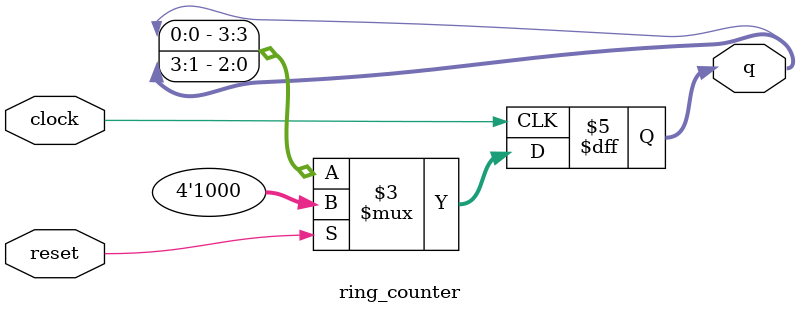
<source format=v>
module ring_counter(input clock,reset,
output reg [3:0]q);

always @(posedge clock)begin
    if(reset)begin
        q<=4'b1000;
    end
    else
    q<={q[0],q[3:1]};
   end

   endmodule

</source>
